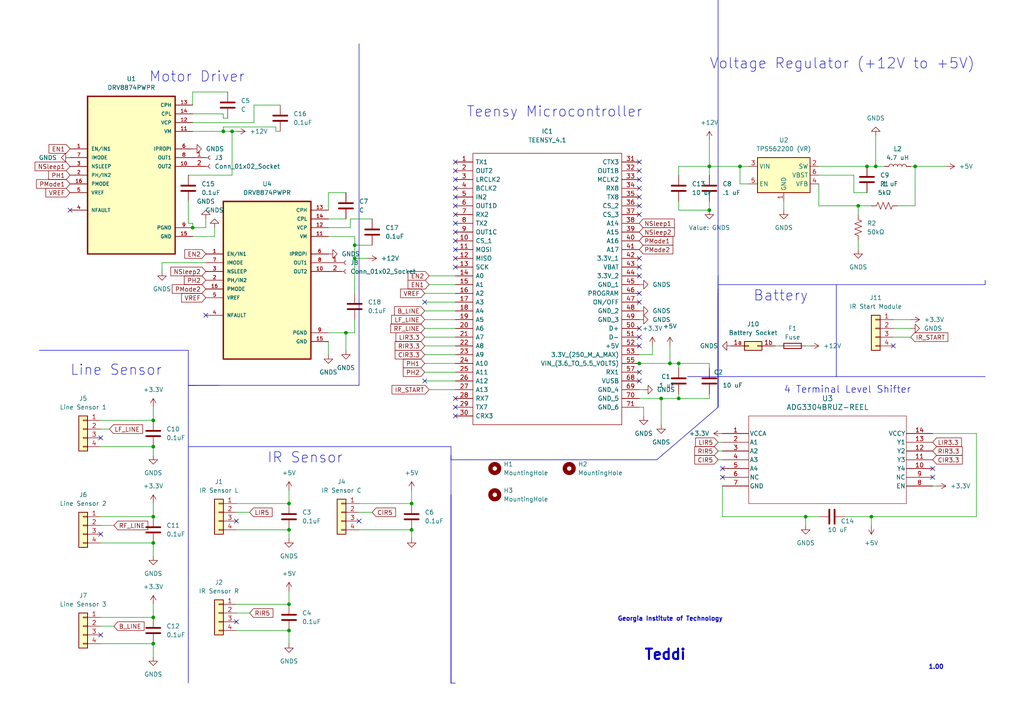
<source format=kicad_sch>
(kicad_sch (version 20230121) (generator eeschema)
  (paper "A4")
  (lib_symbols
    (symbol "Connector:Conn_01x02_Socket" (pin_names (offset 1.016) hide)
      (property "Reference" "J" (at 0 2.54 0))
      (property "Value" "Conn_01x02_Socket" (at 0 -5.08 0))
      (symbol "Conn_01x02_Socket_1_1"
        (arc (start 0 -2.032) (mid -0.5058 -2.54) (end 0 -3.048) (stroke (width 0.1524)))
        (polyline (pts (xy -1.27 -2.54) (xy -0.508 -2.54)) (stroke (width 0.1524)))
        (polyline (pts (xy -1.27 0) (xy -0.508 0)) (stroke (width 0.1524)))
        (arc (start 0 0.508) (mid -0.5058 0) (end 0 -0.508) (stroke (width 0.1524)))
        (pin passive line (at -5.08 0 0) (length 3.81) (name "Pin_1") (number "1"))
        (pin passive line (at -5.08 -2.54 0) (length 3.81) (name "Pin_2") (number "2"))
      )
    )
    (symbol "Connector_Generic:Conn_01x04" (pin_names (offset 1.016) hide)
      (property "Reference" "J" (at 0 5.08 0))
      (property "Value" "Conn_01x04" (at 0 -7.62 0))
      (symbol "Conn_01x04_1_1"
        (rectangle (start -1.27 -4.953) (end 0 -5.207) (stroke (width 0.1524)))
        (rectangle (start -1.27 -2.413) (end 0 -2.667) (stroke (width 0.1524)))
        (rectangle (start -1.27 0.127) (end 0 -0.127) (stroke (width 0.1524)))
        (rectangle (start -1.27 2.667) (end 0 2.413) (stroke (width 0.1524)))
        (rectangle (start -1.27 3.81) (end 1.27 -6.35) (stroke (width 0.254)) (fill (type background)))
        (pin passive line (at -5.08 2.54 0) (length 3.81) (name "Pin_1") (number "1"))
        (pin passive line (at -5.08 0 0) (length 3.81) (name "Pin_2") (number "2"))
        (pin passive line (at -5.08 -2.54 0) (length 3.81) (name "Pin_3") (number "3"))
        (pin passive line (at -5.08 -5.08 0) (length 3.81) (name "Pin_4") (number "4"))
      )
    )
    (symbol "Connector_Generic:Conn_02x01_Row_Letter_Last" (pin_names (offset 1.016) hide)
      (property "Reference" "J" (at 1.27 2.54 0))
      (property "Value" "Conn_02x01_Row_Letter_Last" (at 1.27 -2.54 0))
      (symbol "Conn_02x01_Row_Letter_Last_1_1"
        (rectangle (start -1.27 0.127) (end 0 -0.127) (stroke (width 0.1524)))
        (rectangle (start -1.27 1.27) (end 3.81 -1.27) (stroke (width 0.254)) (fill (type background)))
        (rectangle (start 3.81 0.127) (end 2.54 -0.127) (stroke (width 0.1524)))
        (pin passive line (at -5.08 0 0) (length 3.81) (name "Pin_1a") (number "1a"))
        (pin passive line (at 7.62 0 180) (length 3.81) (name "Pin_1b") (number "1b"))
      )
    )
    (symbol "Device:C" (pin_numbers hide) (pin_names (offset 0.254))
      (property "Reference" "C" (at 0.635 2.54 0))
      (property "Value" "C" (at 0.635 -2.54 0))
      (symbol "C_0_1"
        (polyline (pts (xy -2.032 -0.762) (xy 2.032 -0.762)) (stroke (width 0.508)))
        (polyline (pts (xy -2.032 0.762) (xy 2.032 0.762)) (stroke (width 0.508)))
      )
      (symbol "C_1_1"
        (pin passive line (at 0 3.81 270) (length 2.794) (name "~") (number "1"))
        (pin passive line (at 0 -3.81 90) (length 2.794) (name "~") (number "2"))
      )
    )
    (symbol "Device:Fuse" (pin_numbers hide) (pin_names (offset 0))
      (property "Reference" "F" (at 2.032 0 90))
      (property "Value" "Fuse" (at -1.905 0 90))
      (symbol "Fuse_0_1"
        (rectangle (start -0.762 -2.54) (end 0.762 2.54) (stroke (width 0.254)))
        (polyline (pts (xy 0 2.54) (xy 0 -2.54)))
      )
      (symbol "Fuse_1_1"
        (pin passive line (at 0 3.81 270) (length 1.27) (name "~") (number "1"))
        (pin passive line (at 0 -3.81 90) (length 1.27) (name "~") (number "2"))
      )
    )
    (symbol "Device:L" (pin_numbers hide) (pin_names (offset 1.016) hide)
      (property "Reference" "L" (at -1.27 0 90))
      (property "Value" "L" (at 1.905 0 90))
      (symbol "L_0_1"
        (arc (start 0 -2.54) (mid 0.6323 -1.905) (end 0 -1.27))
        (arc (start 0 -1.27) (mid 0.6323 -0.635) (end 0 0))
        (arc (start 0 0) (mid 0.6323 0.635) (end 0 1.27))
        (arc (start 0 1.27) (mid 0.6323 1.905) (end 0 2.54))
      )
      (symbol "L_1_1"
        (pin passive line (at 0 3.81 270) (length 1.27) (name "1") (number "1"))
        (pin passive line (at 0 -3.81 90) (length 1.27) (name "2") (number "2"))
      )
    )
    (symbol "Device:R_US" (pin_numbers hide) (pin_names (offset 0))
      (property "Reference" "R" (at 2.54 0 90))
      (property "Value" "R_US" (at -2.54 0 90))
      (symbol "R_US_0_1"
        (polyline (pts (xy 0 -2.286) (xy 0 -2.54)))
        (polyline (pts (xy 0 2.286) (xy 0 2.54)))
        (polyline (pts (xy 0 -0.762) (xy 1.016 -1.143) (xy 0 -1.524) (xy -1.016 -1.905) (xy 0 -2.286)))
        (polyline (pts (xy 0 0.762) (xy 1.016 0.381) (xy 0 0) (xy -1.016 -0.381) (xy 0 -0.762)))
        (polyline (pts (xy 0 2.286) (xy 1.016 1.905) (xy 0 1.524) (xy -1.016 1.143) (xy 0 0.762)))
      )
      (symbol "R_US_1_1"
        (pin passive line (at 0 3.81 270) (length 1.27) (name "~") (number "1"))
        (pin passive line (at 0 -3.81 90) (length 1.27) (name "~") (number "2"))
      )
    )
    (symbol "Mechanical:MountingHole" (pin_names (offset 1.016))
      (property "Reference" "H" (at 0 5.08 0))
      (property "Value" "MountingHole" (at 0 3.175 0))
      (symbol "MountingHole_0_1"
        (circle (center 0 0) (radius 1.27) (stroke (width 1.27)))
      )
    )
    (symbol "Regulator_Switching:TPS562200"
      (property "Reference" "U" (at -7.62 6.35 0))
      (property "Value" "TPS562200" (at -2.54 6.35 0))
      (symbol "TPS562200_0_1"
        (rectangle (start -7.62 5.08) (end 7.62 -5.08) (stroke (width 0.254)) (fill (type background)))
      )
      (symbol "TPS562200_1_1"
        (pin power_in line (at 0 -7.62 90) (length 2.54) (name "GND") (number "1"))
        (pin output line (at 10.16 2.54 180) (length 2.54) (name "SW") (number "2"))
        (pin power_in line (at -10.16 2.54 0) (length 2.54) (name "VIN") (number "3"))
        (pin input line (at 10.16 -2.54 180) (length 2.54) (name "VFB") (number "4"))
        (pin input line (at -10.16 -2.54 0) (length 2.54) (name "EN") (number "5"))
        (pin passive line (at 10.16 0 180) (length 2.54) (name "VBST") (number "6"))
      )
    )
    (symbol "Robojackets:ADG3304BRUZ-REEL" (pin_names (offset 0.254))
      (property "Reference" "U" (at 30.48 10.16 0))
      (property "Value" "ADG3304BRUZ-REEL" (at 30.48 7.62 0))
      (symbol "ADG3304BRUZ-REEL_0_1"
        (polyline (pts (xy 7.62 -20.32) (xy 53.34 -20.32)) (stroke (width 0.127)))
        (polyline (pts (xy 7.62 5.08) (xy 7.62 -20.32)) (stroke (width 0.127)))
        (polyline (pts (xy 53.34 -20.32) (xy 53.34 5.08)) (stroke (width 0.127)))
        (polyline (pts (xy 53.34 5.08) (xy 7.62 5.08)) (stroke (width 0.127)))
        (pin power_in line (at 0 0 0) (length 7.62) (name "VCCA") (number "1"))
        (pin unspecified line (at 60.96 -10.16 180) (length 7.62) (name "Y4") (number "10"))
        (pin unspecified line (at 60.96 -7.62 180) (length 7.62) (name "Y3") (number "11"))
        (pin unspecified line (at 60.96 -5.08 180) (length 7.62) (name "Y2") (number "12"))
        (pin unspecified line (at 60.96 -2.54 180) (length 7.62) (name "Y1") (number "13"))
        (pin power_in line (at 60.96 0 180) (length 7.62) (name "VCCY") (number "14"))
        (pin unspecified line (at 0 -2.54 0) (length 7.62) (name "A1") (number "2"))
        (pin unspecified line (at 0 -5.08 0) (length 7.62) (name "A2") (number "3"))
        (pin unspecified line (at 0 -7.62 0) (length 7.62) (name "A3") (number "4"))
        (pin unspecified line (at 0 -10.16 0) (length 7.62) (name "A4") (number "5"))
        (pin unspecified line (at 0 -12.7 0) (length 7.62) (name "NC") (number "6"))
        (pin unspecified line (at 0 -15.24 0) (length 7.62) (name "GND") (number "7"))
        (pin unspecified line (at 60.96 -15.24 180) (length 7.62) (name "EN") (number "8"))
        (pin unspecified line (at 60.96 -12.7 180) (length 7.62) (name "NC") (number "9"))
      )
    )
    (symbol "Robojackets:DRV8874PWPR" (pin_names (offset 1.016))
      (property "Reference" "U" (at -12.7 23.86 0))
      (property "Value" "DRV8874PWPR" (at -12.7 -26.86 0))
      (symbol "DRV8874PWPR_0_0"
        (rectangle (start -12.7 -22.86) (end 12.7 22.86) (stroke (width 0.41)) (fill (type background)))
        (pin input line (at -17.78 7.62 0) (length 5.08) (name "EN/IN1") (number "1"))
        (pin output line (at 17.78 2.54 180) (length 5.08) (name "OUT2") (number "10"))
        (pin power_in line (at 17.78 12.7 180) (length 5.08) (name "VM") (number "11"))
        (pin power_in line (at 17.78 15.24 180) (length 5.08) (name "VCP") (number "12"))
        (pin power_in line (at 17.78 20.32 180) (length 5.08) (name "CPH") (number "13"))
        (pin power_in line (at 17.78 17.78 180) (length 5.08) (name "CPL") (number "14"))
        (pin power_in line (at 17.78 -17.78 180) (length 5.08) (name "GND") (number "15"))
        (pin input line (at -17.78 -2.54 0) (length 5.08) (name "PMODE") (number "16"))
        (pin input line (at -17.78 0 0) (length 5.08) (name "PH/IN2") (number "2"))
        (pin input line (at -17.78 2.54 0) (length 5.08) (name "NSLEEP") (number "3"))
        (pin bidirectional line (at -17.78 -10.16 0) (length 5.08) (name "NFAULT") (number "4"))
        (pin input line (at -17.78 -5.08 0) (length 5.08) (name "VREF") (number "5"))
        (pin output line (at 17.78 7.62 180) (length 5.08) (name "IPROPI") (number "6"))
        (pin input line (at -17.78 5.08 0) (length 5.08) (name "IMODE") (number "7"))
        (pin output line (at 17.78 5.08 180) (length 5.08) (name "OUT1") (number "8"))
        (pin power_in line (at 17.78 -15.24 180) (length 5.08) (name "PGND") (number "9"))
      )
    )
    (symbol "TEENSY_4.1:TEENSY_4.1" (pin_names (offset 0.762))
      (property "Reference" "IC" (at 49.53 7.62 0))
      (property "Value" "TEENSY_4.1" (at 49.53 5.08 0))
      (symbol "TEENSY_4.1_0_0"
        (pin passive line (at 0 0 0) (length 5.08) (name "TX1") (number "1"))
        (pin passive line (at 0 -22.86 0) (length 5.08) (name "CS_1") (number "10"))
        (pin passive line (at 0 -25.4 0) (length 5.08) (name "MOSI") (number "11"))
        (pin passive line (at 0 -27.94 0) (length 5.08) (name "MISO") (number "12"))
        (pin passive line (at 0 -30.48 0) (length 5.08) (name "SCK") (number "13"))
        (pin passive line (at 0 -33.02 0) (length 5.08) (name "A0") (number "14"))
        (pin passive line (at 0 -35.56 0) (length 5.08) (name "A1") (number "15"))
        (pin passive line (at 0 -38.1 0) (length 5.08) (name "A2") (number "16"))
        (pin passive line (at 0 -40.64 0) (length 5.08) (name "A3") (number "17"))
        (pin passive line (at 0 -43.18 0) (length 5.08) (name "A4") (number "18"))
        (pin passive line (at 0 -45.72 0) (length 5.08) (name "A5") (number "19"))
        (pin passive line (at 0 -2.54 0) (length 5.08) (name "OUT2") (number "2"))
        (pin passive line (at 0 -48.26 0) (length 5.08) (name "A6") (number "20"))
        (pin passive line (at 0 -50.8 0) (length 5.08) (name "A7") (number "21"))
        (pin passive line (at 0 -53.34 0) (length 5.08) (name "A8") (number "22"))
        (pin passive line (at 0 -55.88 0) (length 5.08) (name "A9") (number "23"))
        (pin passive line (at 0 -58.42 0) (length 5.08) (name "A10") (number "24"))
        (pin passive line (at 0 -60.96 0) (length 5.08) (name "A11") (number "25"))
        (pin passive line (at 0 -63.5 0) (length 5.08) (name "A12") (number "26"))
        (pin passive line (at 0 -66.04 0) (length 5.08) (name "A13") (number "27"))
        (pin passive line (at 0 -68.58 0) (length 5.08) (name "RX7") (number "28"))
        (pin passive line (at 0 -71.12 0) (length 5.08) (name "TX7") (number "29"))
        (pin passive line (at 0 -5.08 0) (length 5.08) (name "LRCLK2") (number "3"))
        (pin passive line (at 0 -73.66 0) (length 5.08) (name "CRX3") (number "30"))
        (pin passive line (at 53.34 0 180) (length 5.08) (name "CTX3") (number "31"))
        (pin passive line (at 53.34 -2.54 180) (length 5.08) (name "OUT1B") (number "32"))
        (pin passive line (at 53.34 -5.08 180) (length 5.08) (name "MCLK2") (number "33"))
        (pin passive line (at 53.34 -7.62 180) (length 5.08) (name "RX8") (number "34"))
        (pin passive line (at 53.34 -10.16 180) (length 5.08) (name "TX8") (number "35"))
        (pin passive line (at 53.34 -12.7 180) (length 5.08) (name "CS_2") (number "36"))
        (pin passive line (at 53.34 -15.24 180) (length 5.08) (name "CS_3") (number "37"))
        (pin passive line (at 53.34 -17.78 180) (length 5.08) (name "A14") (number "38"))
        (pin passive line (at 53.34 -20.32 180) (length 5.08) (name "A15") (number "39"))
        (pin passive line (at 0 -7.62 0) (length 5.08) (name "BCLK2") (number "4"))
        (pin passive line (at 53.34 -22.86 180) (length 5.08) (name "A16") (number "40"))
        (pin passive line (at 53.34 -25.4 180) (length 5.08) (name "A17") (number "41"))
        (pin passive line (at 53.34 -27.94 180) (length 5.08) (name "3.3V_1") (number "42"))
        (pin passive line (at 53.34 -30.48 180) (length 5.08) (name "VBAT") (number "43"))
        (pin passive line (at 53.34 -33.02 180) (length 5.08) (name "3.3V_2") (number "44"))
        (pin passive line (at 53.34 -35.56 180) (length 5.08) (name "GND_1") (number "45"))
        (pin passive line (at 53.34 -38.1 180) (length 5.08) (name "PROGRAM") (number "46"))
        (pin passive line (at 53.34 -40.64 180) (length 5.08) (name "ON/OFF") (number "47"))
        (pin passive line (at 53.34 -43.18 180) (length 5.08) (name "GND_2") (number "48"))
        (pin passive line (at 53.34 -45.72 180) (length 5.08) (name "GND_3") (number "49"))
        (pin passive line (at 0 -10.16 0) (length 5.08) (name "IN2") (number "5"))
        (pin passive line (at 53.34 -48.26 180) (length 5.08) (name "D+") (number "50"))
        (pin passive line (at 53.34 -50.8 180) (length 5.08) (name "D-") (number "51"))
        (pin passive line (at 53.34 -53.34 180) (length 5.08) (name "+5V") (number "52"))
        (pin passive line (at 53.34 -55.88 180) (length 5.08) (name "3.3V_(250_M_A_MAX)") (number "53"))
        (pin passive line (at 53.34 -58.42 180) (length 5.08) (name "VIN_(3.6_TO_5.5_VOLTS)") (number "55"))
        (pin passive line (at 53.34 -60.96 180) (length 5.08) (name "RX1") (number "57"))
        (pin passive line (at 0 -12.7 0) (length 5.08) (name "OUT1D") (number "6"))
        (pin passive line (at 53.34 -63.5 180) (length 5.08) (name "VUSB") (number "68"))
        (pin passive line (at 53.34 -66.04 180) (length 5.08) (name "GND_4") (number "69"))
        (pin passive line (at 0 -15.24 0) (length 5.08) (name "RX2") (number "7"))
        (pin passive line (at 53.34 -68.58 180) (length 5.08) (name "GND_5") (number "70"))
        (pin passive line (at 53.34 -71.12 180) (length 5.08) (name "GND_6") (number "71"))
        (pin passive line (at 0 -17.78 0) (length 5.08) (name "TX2") (number "8"))
        (pin passive line (at 0 -20.32 0) (length 5.08) (name "OUT1C") (number "9"))
      )
      (symbol "TEENSY_4.1_0_1"
        (polyline (pts (xy 5.08 2.54) (xy 48.26 2.54) (xy 48.26 -76.2) (xy 5.08 -76.2) (xy 5.08 2.54)) (stroke (width 0.1524)))
      )
    )
    (symbol "power:+12V" (power) (pin_names (offset 0))
      (property "Value" "+12V" (at 0 3.556 0))
      (symbol "+12V_0_1"
        (polyline (pts (xy -0.762 1.27) (xy 0 2.54)))
        (polyline (pts (xy 0 0) (xy 0 2.54)))
        (polyline (pts (xy 0 2.54) (xy 0.762 1.27)))
      )
      (symbol "+12V_1_1"
        (pin power_in line (at 0 0 90) (length 0) hide (name "+12V") (number "1"))
      )
    )
    (symbol "power:+3.3V" (power) (pin_names (offset 0))
      (property "Value" "+3.3V" (at 0 3.556 0))
      (symbol "+3.3V_0_1"
        (polyline (pts (xy -0.762 1.27) (xy 0 2.54)))
        (polyline (pts (xy 0 0) (xy 0 2.54)))
        (polyline (pts (xy 0 2.54) (xy 0.762 1.27)))
      )
      (symbol "+3.3V_1_1"
        (pin power_in line (at 0 0 90) (length 0) hide (name "+3.3V") (number "1"))
      )
    )
    (symbol "power:+5V" (power) (pin_names (offset 0))
      (property "Value" "+5V" (at 0 3.556 0))
      (symbol "+5V_0_1"
        (polyline (pts (xy -0.762 1.27) (xy 0 2.54)))
        (polyline (pts (xy 0 0) (xy 0 2.54)))
        (polyline (pts (xy 0 2.54) (xy 0.762 1.27)))
      )
      (symbol "+5V_1_1"
        (pin power_in line (at 0 0 90) (length 0) hide (name "+5V") (number "1"))
      )
    )
    (symbol "power:GNDS" (power) (pin_names (offset 0))
      (property "Value" "GNDS" (at 0 -3.81 0))
      (symbol "GNDS_0_1"
        (polyline (pts (xy 0 0) (xy 0 -1.27) (xy 1.27 -1.27) (xy 0 -2.54) (xy -1.27 -1.27) (xy 0 -1.27)))
      )
      (symbol "GNDS_1_1"
        (pin power_in line (at 0 0 270) (length 0) hide (name "GNDS") (number "1"))
      )
    )
  )
  (junction (at 100.33 96.52))
  (junction (at 44.45 179.07))
  (junction (at 83.82 175.26))
  (junction (at 102.87 71.12))
  (junction (at 83.82 182.88))
  (junction (at 252.73 149.86))
  (junction (at 194.31 105.41))
  (junction (at 214.63 48.26))
  (junction (at 205.74 48.26))
  (junction (at 83.82 153.67))
  (junction (at 196.85 115.57))
  (junction (at 233.68 149.86))
  (junction (at 44.45 149.86))
  (junction (at 265.43 48.26))
  (junction (at 119.38 146.05))
  (junction (at 44.45 129.54))
  (junction (at 191.77 115.57))
  (junction (at 44.45 121.92))
  (junction (at 251.46 48.26))
  (junction (at 67.31 38.1))
  (junction (at 44.45 186.69))
  (junction (at 248.92 59.69))
  (junction (at 64.77 38.1))
  (junction (at 119.38 153.67))
  (junction (at 102.87 74.93))
  (junction (at 254 48.26))
  (junction (at 44.45 157.48))
  (junction (at 196.85 105.41))
  (junction (at 205.74 60.96))
  (junction (at 55.88 66.04))
  (junction (at 185.42 105.41))
  (junction (at 83.82 146.05))
  (no_connect (at 132.08 69.85))
  (no_connect (at 132.08 59.69))
  (no_connect (at 185.42 80.01))
  (no_connect (at 185.42 97.79))
  (no_connect (at 132.08 49.53))
  (no_connect (at 270.51 135.89))
  (no_connect (at 270.51 138.43))
  (no_connect (at 132.08 52.07))
  (no_connect (at 68.58 151.13))
  (no_connect (at 185.42 46.99))
  (no_connect (at 29.21 154.94))
  (no_connect (at 185.42 59.69))
  (no_connect (at 259.08 100.33))
  (no_connect (at 68.58 180.34))
  (no_connect (at 132.08 57.15))
  (no_connect (at 185.42 74.93))
  (no_connect (at 185.42 107.95))
  (no_connect (at 209.55 135.89))
  (no_connect (at 132.08 54.61))
  (no_connect (at 132.08 72.39))
  (no_connect (at 185.42 57.15))
  (no_connect (at 132.08 77.47))
  (no_connect (at 185.42 110.49))
  (no_connect (at 132.08 62.23))
  (no_connect (at 59.69 91.44))
  (no_connect (at 132.08 74.93))
  (no_connect (at 209.55 138.43))
  (no_connect (at 185.42 77.47))
  (no_connect (at 132.08 118.11))
  (no_connect (at 185.42 54.61))
  (no_connect (at 185.42 62.23))
  (no_connect (at 132.08 67.31))
  (no_connect (at 185.42 52.07))
  (no_connect (at 29.21 184.15))
  (no_connect (at 29.21 127))
  (no_connect (at 185.42 95.25))
  (no_connect (at 132.08 120.65))
  (no_connect (at 185.42 85.09))
  (no_connect (at 123.19 87.63))
  (no_connect (at 104.14 151.13))
  (no_connect (at 20.32 60.96))
  (no_connect (at 185.42 87.63))
  (no_connect (at 132.08 115.57))
  (no_connect (at 132.08 64.77))
  (no_connect (at 123.19 110.49))
  (no_connect (at 132.08 46.99))
  (no_connect (at 185.42 100.33))
  (no_connect (at 185.42 49.53))
  (wire (pts (xy 102.87 71.12) (xy 102.87 74.93)))
  (wire (pts (xy 185.42 105.41) (xy 194.31 105.41)))
  (wire (pts (xy 226.06 100.33) (xy 224.79 100.33)))
  (wire (pts (xy 252.73 149.86) (xy 283.21 149.86)))
  (wire (pts (xy 104.14 148.59) (xy 107.95 148.59)))
  (wire (pts (xy 254 39.37) (xy 254 48.26)))
  (wire (pts (xy 102.87 74.93) (xy 102.87 85.09)))
  (wire (pts (xy 248.92 59.69) (xy 252.73 59.69)))
  (polyline (pts (xy 54.61 111.76) (xy 63.5 111.76)))
  (wire (pts (xy 251.46 48.26) (xy 254 48.26)))
  (wire (pts (xy 68.58 177.8) (xy 72.39 177.8)))
  (wire (pts (xy 123.19 90.17) (xy 132.08 90.17)))
  (wire (pts (xy 124.46 80.01) (xy 132.08 80.01)))
  (wire (pts (xy 119.38 142.24) (xy 119.38 146.05)))
  (polyline (pts (xy 54.61 129.54) (xy 54.61 101.6)))
  (wire (pts (xy 55.88 26.67) (xy 55.88 30.48)))
  (wire (pts (xy 95.25 55.88) (xy 100.33 55.88)))
  (wire (pts (xy 107.95 63.5) (xy 101.6 63.5)))
  (wire (pts (xy 68.58 175.26) (xy 83.82 175.26)))
  (wire (pts (xy 254 48.26) (xy 256.54 48.26)))
  (wire (pts (xy 123.19 85.09) (xy 132.08 85.09)))
  (wire (pts (xy 259.08 92.71) (xy 264.16 92.71)))
  (polyline (pts (xy 208.28 -8.89) (xy 208.28 118.11)))
  (wire (pts (xy 44.45 129.54) (xy 44.45 132.08)))
  (polyline (pts (xy 285.75 81.28) (xy 285.75 82.55)))
  (wire (pts (xy 83.82 171.45) (xy 83.82 175.26)))
  (wire (pts (xy 123.19 97.79) (xy 132.08 97.79)))
  (wire (pts (xy 205.74 105.41) (xy 205.74 106.68)))
  (wire (pts (xy 189.23 100.33) (xy 189.23 102.87)))
  (wire (pts (xy 214.63 48.26) (xy 217.17 48.26)))
  (wire (pts (xy 259.08 97.79) (xy 264.16 97.79)))
  (wire (pts (xy 29.21 181.61) (xy 33.02 181.61)))
  (wire (pts (xy 194.31 100.33) (xy 194.31 105.41)))
  (wire (pts (xy 95.25 60.96) (xy 95.25 55.88)))
  (wire (pts (xy 29.21 129.54) (xy 44.45 129.54)))
  (wire (pts (xy 227.33 58.42) (xy 227.33 60.96)))
  (wire (pts (xy 123.19 102.87) (xy 132.08 102.87)))
  (wire (pts (xy 55.88 64.77) (xy 55.88 66.04)))
  (wire (pts (xy 217.17 53.34) (xy 214.63 53.34)))
  (wire (pts (xy 205.74 58.42) (xy 205.74 60.96)))
  (wire (pts (xy 265.43 48.26) (xy 265.43 59.69)))
  (wire (pts (xy 102.87 92.71) (xy 102.87 96.52)))
  (wire (pts (xy 185.42 115.57) (xy 191.77 115.57)))
  (wire (pts (xy 81.28 30.48) (xy 73.66 30.48)))
  (wire (pts (xy 101.6 66.04) (xy 95.25 66.04)))
  (wire (pts (xy 54.61 50.8) (xy 67.31 50.8)))
  (wire (pts (xy 196.85 60.96) (xy 196.85 58.42)))
  (wire (pts (xy 83.82 153.67) (xy 83.82 156.21)))
  (wire (pts (xy 196.85 105.41) (xy 196.85 106.68)))
  (polyline (pts (xy 54.61 198.12) (xy 54.61 129.54)))
  (wire (pts (xy 237.49 149.86) (xy 233.68 149.86)))
  (wire (pts (xy 205.74 40.64) (xy 205.74 48.26)))
  (wire (pts (xy 29.21 124.46) (xy 31.75 124.46)))
  (wire (pts (xy 196.85 105.41) (xy 205.74 105.41)))
  (wire (pts (xy 100.33 96.52) (xy 100.33 101.6)))
  (wire (pts (xy 67.31 50.8) (xy 67.31 38.1)))
  (wire (pts (xy 248.92 69.85) (xy 248.92 72.39)))
  (wire (pts (xy 68.58 148.59) (xy 72.39 148.59)))
  (wire (pts (xy 55.88 66.04) (xy 59.69 66.04)))
  (wire (pts (xy 123.19 95.25) (xy 132.08 95.25)))
  (wire (pts (xy 29.21 121.92) (xy 44.45 121.92)))
  (wire (pts (xy 247.65 55.88) (xy 251.46 55.88)))
  (wire (pts (xy 68.58 153.67) (xy 83.82 153.67)))
  (wire (pts (xy 186.69 120.65) (xy 186.69 118.11)))
  (wire (pts (xy 252.73 149.86) (xy 252.73 152.4)))
  (wire (pts (xy 283.21 125.73) (xy 283.21 149.86)))
  (wire (pts (xy 102.87 71.12) (xy 107.95 71.12)))
  (polyline (pts (xy 130.81 143.51) (xy 130.81 198.12)))
  (wire (pts (xy 29.21 157.48) (xy 44.45 157.48)))
  (wire (pts (xy 237.49 53.34) (xy 237.49 59.69)))
  (wire (pts (xy 208.28 130.81) (xy 209.55 130.81)))
  (wire (pts (xy 83.82 142.24) (xy 83.82 146.05)))
  (wire (pts (xy 205.74 48.26) (xy 205.74 50.8)))
  (wire (pts (xy 123.19 87.63) (xy 132.08 87.63)))
  (wire (pts (xy 44.45 146.05) (xy 44.45 149.86)))
  (polyline (pts (xy 54.61 111.76) (xy 57.15 111.76)))
  (wire (pts (xy 209.55 149.86) (xy 209.55 140.97)))
  (polyline (pts (xy 190.5 133.35) (xy 130.81 133.35)))
  (wire (pts (xy 196.85 48.26) (xy 196.85 50.8)))
  (wire (pts (xy 64.77 36.83) (xy 80.01 36.83)))
  (wire (pts (xy 237.49 48.26) (xy 251.46 48.26)))
  (wire (pts (xy 233.68 149.86) (xy 209.55 149.86)))
  (wire (pts (xy 248.92 59.69) (xy 248.92 62.23)))
  (wire (pts (xy 68.58 182.88) (xy 83.82 182.88)))
  (wire (pts (xy 205.74 48.26) (xy 214.63 48.26)))
  (wire (pts (xy 95.25 68.58) (xy 102.87 68.58)))
  (wire (pts (xy 102.87 68.58) (xy 102.87 71.12)))
  (wire (pts (xy 102.87 74.93) (xy 106.68 74.93)))
  (polyline (pts (xy 199.39 109.22) (xy 242.57 109.22)))
  (wire (pts (xy 124.46 113.03) (xy 132.08 113.03)))
  (wire (pts (xy 80.01 36.83) (xy 80.01 38.1)))
  (polyline (pts (xy 242.57 109.22) (xy 285.75 109.22)))
  (wire (pts (xy 64.77 34.29) (xy 66.04 34.29)))
  (wire (pts (xy 46.99 76.2) (xy 46.99 78.74)))
  (wire (pts (xy 29.21 149.86) (xy 44.45 149.86)))
  (wire (pts (xy 264.16 48.26) (xy 265.43 48.26)))
  (wire (pts (xy 214.63 53.34) (xy 214.63 48.26)))
  (wire (pts (xy 184.15 107.95) (xy 185.42 107.95)))
  (polyline (pts (xy 130.81 133.35) (xy 130.81 132.08)))
  (polyline (pts (xy 130.81 129.54) (xy 130.81 198.12)))
  (wire (pts (xy 196.85 114.3) (xy 196.85 115.57)))
  (wire (pts (xy 55.88 33.02) (xy 64.77 33.02)))
  (wire (pts (xy 95.25 99.06) (xy 95.25 102.87)))
  (wire (pts (xy 124.46 82.55) (xy 132.08 82.55)))
  (wire (pts (xy 270.51 125.73) (xy 283.21 125.73)))
  (wire (pts (xy 123.19 105.41) (xy 132.08 105.41)))
  (polyline (pts (xy 190.5 133.35) (xy 208.28 118.11)))
  (wire (pts (xy 55.88 38.1) (xy 64.77 38.1)))
  (wire (pts (xy 68.58 146.05) (xy 83.82 146.05)))
  (wire (pts (xy 186.69 118.11) (xy 185.42 118.11)))
  (polyline (pts (xy 208.28 85.09) (xy 208.28 118.11)))
  (wire (pts (xy 29.21 186.69) (xy 44.45 186.69)))
  (wire (pts (xy 102.87 96.52) (xy 100.33 96.52)))
  (wire (pts (xy 270.51 140.97) (xy 271.78 140.97)))
  (wire (pts (xy 59.69 63.5) (xy 59.69 66.04)))
  (wire (pts (xy 44.45 175.26) (xy 44.45 179.07)))
  (polyline (pts (xy 208.28 83.82) (xy 208.28 118.11)))
  (wire (pts (xy 119.38 153.67) (xy 119.38 156.21)))
  (wire (pts (xy 245.11 149.86) (xy 252.73 149.86)))
  (wire (pts (xy 54.61 58.42) (xy 54.61 64.77)))
  (wire (pts (xy 54.61 64.77) (xy 55.88 64.77)))
  (wire (pts (xy 104.14 146.05) (xy 119.38 146.05)))
  (wire (pts (xy 29.21 179.07) (xy 44.45 179.07)))
  (wire (pts (xy 191.77 115.57) (xy 196.85 115.57)))
  (polyline (pts (xy 242.57 82.55) (xy 242.57 109.22)))
  (wire (pts (xy 237.49 50.8) (xy 247.65 50.8)))
  (wire (pts (xy 191.77 115.57) (xy 191.77 123.19)))
  (wire (pts (xy 194.31 105.41) (xy 196.85 105.41)))
  (wire (pts (xy 83.82 182.88) (xy 83.82 186.69)))
  (wire (pts (xy 265.43 48.26) (xy 274.32 48.26)))
  (wire (pts (xy 62.23 66.04) (xy 62.23 68.58)))
  (wire (pts (xy 55.88 68.58) (xy 62.23 68.58)))
  (wire (pts (xy 123.19 107.95) (xy 132.08 107.95)))
  (wire (pts (xy 55.88 26.67) (xy 66.04 26.67)))
  (wire (pts (xy 73.66 30.48) (xy 73.66 35.56)))
  (wire (pts (xy 205.74 60.96) (xy 196.85 60.96)))
  (wire (pts (xy 44.45 118.11) (xy 44.45 121.92)))
  (wire (pts (xy 123.19 92.71) (xy 132.08 92.71)))
  (wire (pts (xy 234.95 100.33) (xy 233.68 100.33)))
  (wire (pts (xy 123.19 100.33) (xy 132.08 100.33)))
  (wire (pts (xy 259.08 95.25) (xy 264.16 95.25)))
  (wire (pts (xy 59.69 76.2) (xy 46.99 76.2)))
  (wire (pts (xy 67.31 38.1) (xy 68.58 38.1)))
  (wire (pts (xy 101.6 63.5) (xy 101.6 66.04)))
  (wire (pts (xy 184.15 105.41) (xy 185.42 105.41)))
  (wire (pts (xy 80.01 38.1) (xy 81.28 38.1)))
  (polyline (pts (xy 11.43 101.6) (xy 54.61 101.6)))
  (wire (pts (xy 64.77 38.1) (xy 67.31 38.1)))
  (wire (pts (xy 247.65 50.8) (xy 247.65 55.88)))
  (polyline (pts (xy 104.14 12.7) (xy 104.14 111.76)))
  (wire (pts (xy 233.68 149.86) (xy 233.68 152.4)))
  (wire (pts (xy 196.85 115.57) (xy 205.74 115.57)))
  (wire (pts (xy 44.45 186.69) (xy 44.45 190.5)))
  (wire (pts (xy 95.25 63.5) (xy 100.33 63.5)))
  (polyline (pts (xy 130.81 198.12) (xy 132.08 198.12)))
  (polyline (pts (xy 208.28 80.01) (xy 208.28 118.11)))
  (wire (pts (xy 208.28 128.27) (xy 209.55 128.27)))
  (wire (pts (xy 64.77 33.02) (xy 64.77 34.29)))
  (wire (pts (xy 64.77 38.1) (xy 64.77 36.83)))
  (wire (pts (xy 205.74 48.26) (xy 196.85 48.26)))
  (wire (pts (xy 29.21 152.4) (xy 33.02 152.4)))
  (wire (pts (xy 123.19 110.49) (xy 132.08 110.49)))
  (polyline (pts (xy 54.61 129.54) (xy 130.81 129.54)))
  (wire (pts (xy 208.28 133.35) (xy 209.55 133.35)))
  (wire (pts (xy 185.42 102.87) (xy 189.23 102.87)))
  (polyline (pts (xy 208.28 82.55) (xy 285.75 82.55)))
  (wire (pts (xy 73.66 35.56) (xy 55.88 35.56)))
  (polyline (pts (xy 54.61 111.76) (xy 104.14 111.76)))
  (wire (pts (xy 237.49 59.69) (xy 248.92 59.69)))
  (wire (pts (xy 104.14 153.67) (xy 119.38 153.67)))
  (wire (pts (xy 186.69 113.03) (xy 185.42 113.03)))
  (wire (pts (xy 205.74 115.57) (xy 205.74 114.3)))
  (wire (pts (xy 95.25 96.52) (xy 100.33 96.52)))
  (wire (pts (xy 260.35 59.69) (xy 265.43 59.69)))
  (wire (pts (xy 44.45 157.48) (xy 44.45 161.29)))
  (text "Teensy Microcontroller" (at 135.255 34.29 0) (effects (font (size 3 3)) (justify left bottom)))
  (text "Motor Driver\n" (at 43.18 24.13 0) (effects (font (size 3 3)) (justify left bottom)))
  (text "Line Sensor\n" (at 20.32 109.22 0) (effects (font (size 3 3)) (justify left bottom)))
  (text "4 Terminal Level Shifter" (at 227.33 114.3 0) (effects (font (size 2 2)) (justify left bottom)))
  (text "1.00\n" (at 269.24 194.31 0) (effects (font (size 1.27 1.27) bold) (justify left bottom)))
  (text "Battery" (at 218.44 87.63 0) (effects (font (size 3 3)) (justify left bottom)))
  (text "Georgia Institute of Technology" (at 179.07 180.34 0) (effects (font (size 1.27 1.27) (thickness 0.254) bold) (justify left bottom)))
  (text "Teddi" (at 186.69 191.77 0) (effects (font (size 3 3) (thickness 0.6) bold) (justify left bottom)))
  (text "IR Sensor" (at 77.47 134.62 0) (effects (font (size 3 3)) (justify left bottom)))
  (text "Voltage Regulator (+12V to +5V)" (at 205.74 20.32 0) (effects (font (size 3 3)) (justify left bottom)))
  (global_label "PMode1" (shape input) (at 20.32 53.34 180) (property "Intersheetrefs" "${INTERSHEET_REFS}" (effects hide)))
  (global_label "B_LINE" (shape input) (at 123.19 90.17 180) (property "Intersheetrefs" "${INTERSHEET_REFS}" (effects hide)))
  (global_label "NSleep2" (shape input) (at 185.42 67.31 0) (property "Intersheetrefs" "${INTERSHEET_REFS}" (effects hide)))
  (global_label "PH2" (shape input) (at 123.19 107.95 180) (property "Intersheetrefs" "${INTERSHEET_REFS}" (effects hide)))
  (global_label "LIR5" (shape input) (at 208.28 128.27 180) (property "Intersheetrefs" "${INTERSHEET_REFS}" (effects hide)))
  (global_label "EN1" (shape input) (at 124.46 82.55 180) (property "Intersheetrefs" "${INTERSHEET_REFS}" (effects hide)))
  (global_label "CIR5" (shape input) (at 208.28 133.35 180) (property "Intersheetrefs" "${INTERSHEET_REFS}" (effects hide)))
  (global_label "CIR3.3" (shape input) (at 270.51 133.35 0) (property "Intersheetrefs" "${INTERSHEET_REFS}" (effects hide)))
  (global_label "IR_START" (shape input) (at 124.46 113.03 180) (property "Intersheetrefs" "${INTERSHEET_REFS}" (effects hide)))
  (global_label "PMode2" (shape input) (at 59.69 83.82 180) (property "Intersheetrefs" "${INTERSHEET_REFS}" (effects hide)))
  (global_label "PMode2" (shape input) (at 185.42 72.39 0) (property "Intersheetrefs" "${INTERSHEET_REFS}" (effects hide)))
  (global_label "RF_LINE" (shape input) (at 123.19 95.25 180) (property "Intersheetrefs" "${INTERSHEET_REFS}" (effects hide)))
  (global_label "CIR5" (shape input) (at 107.95 148.59 0) (property "Intersheetrefs" "${INTERSHEET_REFS}" (effects hide)))
  (global_label "LIR3.3" (shape input) (at 123.19 97.79 180) (property "Intersheetrefs" "${INTERSHEET_REFS}" (effects hide)))
  (global_label "VREF" (shape input) (at 20.32 55.88 180) (property "Intersheetrefs" "${INTERSHEET_REFS}" (effects hide)))
  (global_label "EN2" (shape input) (at 124.46 80.01 180) (property "Intersheetrefs" "${INTERSHEET_REFS}" (effects hide)))
  (global_label "LF_LINE" (shape input) (at 31.75 124.46 0) (property "Intersheetrefs" "${INTERSHEET_REFS}" (effects hide)))
  (global_label "PH1" (shape input) (at 20.32 50.8 180) (property "Intersheetrefs" "${INTERSHEET_REFS}" (effects hide)))
  (global_label "EN2" (shape input) (at 59.69 73.66 180) (property "Intersheetrefs" "${INTERSHEET_REFS}" (effects hide)))
  (global_label "PH1" (shape input) (at 123.19 105.41 180) (property "Intersheetrefs" "${INTERSHEET_REFS}" (effects hide)))
  (global_label "RIR3.3" (shape input) (at 123.19 100.33 180) (property "Intersheetrefs" "${INTERSHEET_REFS}" (effects hide)))
  (global_label "PMode1" (shape input) (at 185.42 69.85 0) (property "Intersheetrefs" "${INTERSHEET_REFS}" (effects hide)))
  (global_label "LIR3.3" (shape input) (at 270.51 128.27 0) (property "Intersheetrefs" "${INTERSHEET_REFS}" (effects hide)))
  (global_label "LIR5" (shape input) (at 72.39 148.59 0) (property "Intersheetrefs" "${INTERSHEET_REFS}" (effects hide)))
  (global_label "NSleep1" (shape input) (at 185.42 64.77 0) (property "Intersheetrefs" "${INTERSHEET_REFS}" (effects hide)))
  (global_label "RIR5" (shape input) (at 72.39 177.8 0) (property "Intersheetrefs" "${INTERSHEET_REFS}" (effects hide)))
  (global_label "PH2" (shape input) (at 59.69 81.28 180) (property "Intersheetrefs" "${INTERSHEET_REFS}" (effects hide)))
  (global_label "EN1" (shape input) (at 20.32 43.18 180) (property "Intersheetrefs" "${INTERSHEET_REFS}" (effects hide)))
  (global_label "IR_START" (shape input) (at 264.16 97.79 0) (property "Intersheetrefs" "${INTERSHEET_REFS}" (effects hide)))
  (global_label "B_LINE" (shape input) (at 33.02 181.61 0) (property "Intersheetrefs" "${INTERSHEET_REFS}" (effects hide)))
  (global_label "RF_LINE" (shape input) (at 33.02 152.4 0) (property "Intersheetrefs" "${INTERSHEET_REFS}" (effects hide)))
  (global_label "LF_LINE" (shape input) (at 123.19 92.71 180) (property "Intersheetrefs" "${INTERSHEET_REFS}" (effects hide)))
  (global_label "NSleep2" (shape input) (at 59.69 78.74 180) (property "Intersheetrefs" "${INTERSHEET_REFS}" (effects hide)))
  (global_label "VREF" (shape input) (at 123.19 85.09 180) (property "Intersheetrefs" "${INTERSHEET_REFS}" (effects hide)))
  (global_label "VREF" (shape input) (at 59.69 86.36 180) (property "Intersheetrefs" "${INTERSHEET_REFS}" (effects hide)))
  (global_label "RIR3.3" (shape input) (at 270.51 130.81 0) (property "Intersheetrefs" "${INTERSHEET_REFS}" (effects hide)))
  (global_label "CIR3.3" (shape input) (at 123.19 102.87 180) (property "Intersheetrefs" "${INTERSHEET_REFS}" (effects hide)))
  (global_label "NSleep1" (shape input) (at 20.32 48.26 180) (property "Intersheetrefs" "${INTERSHEET_REFS}" (effects hide)))
  (global_label "RIR5" (shape input) (at 208.28 130.81 180) (property "Intersheetrefs" "${INTERSHEET_REFS}" (effects hide)))
  (symbol (lib_id "Device:C") (at 205.74 54.61 0) (unit 1)
    (property "Reference" "C8" (at 209.55 53.34 0) (effects (justify left)))
    (property "Value" ".1 uF" (at 209.55 55.88 0) (effects (justify left)))
    (property "Footprint" "Capacitor_SMD:C_0603_1608Metric" (effects hide))
  )
  (symbol (lib_id "Device:R_US") (at 256.54 59.69 90) (unit 1)
    (property "Reference" "R1" (at 256.54 53.34 90))
    (property "Value" "5kΩ" (at 256.54 55.88 90))
    (property "Footprint" "RoboJackets:RESC1608X50N" (effects hide))
  )
  (symbol (lib_id "power:GNDS") (at 185.42 90.17 90) (unit 1)
    (property "Reference" "#PWR035" (effects hide))
    (property "Value" "GNDS" (at 189.23 90.17 90) (effects (justify right)))
  )
  (symbol (lib_id "Device:C") (at 44.45 125.73 0) (unit 1)
    (property "Reference" "C10" (at 48.26 124.46 0) (effects (justify left)))
    (property "Value" "0.1uF" (at 48.26 127 0) (effects (justify left)))
    (property "Footprint" "Capacitor_SMD:C_0603_1608Metric" (effects hide))
  )
  (symbol (lib_id "Device:C") (at 205.74 110.49 0) (unit 1)
    (property "Reference" "C2" (at 207.01 107.95 0) (effects (justify left)))
    (property "Value" "10 uF" (at 209.55 111.76 0) (effects (justify left)))
    (property "Footprint" "Capacitor_SMD:C_0603_1608Metric" (effects hide))
  )
  (symbol (lib_id "power:+5V") (at 274.32 48.26 270) (mirror x) (unit 1)
    (property "Reference" "#PWR020" (effects hide))
    (property "Value" "+5V" (at 278.13 48.26 90) (effects (justify left)))
  )
  (symbol (lib_id "power:GNDS") (at 185.42 92.71 90) (unit 1)
    (property "Reference" "#PWR034" (effects hide))
    (property "Value" "GNDS" (at 189.23 92.71 90) (effects (justify right)))
  )
  (symbol (lib_id "Connector_Generic:Conn_02x01_Row_Letter_Last") (at 217.17 100.33 0) (unit 1)
    (property "Reference" "J10" (at 218.44 93.98 0))
    (property "Value" "Battery Socket" (at 218.44 96.52 0))
    (property "Footprint" "Connector_PinSocket_1.00mm:PinSocket_1x02_P1.00mm_Vertical_SMD_Pin1Left" (effects hide))
  )
  (symbol (lib_id "Device:C") (at 44.45 182.88 0) (unit 1)
    (property "Reference" "C12" (at 48.26 181.61 0) (effects (justify left)))
    (property "Value" "0.1uF" (at 48.26 184.15 0) (effects (justify left)))
    (property "Footprint" "Capacitor_SMD:C_0603_1608Metric" (effects hide))
  )
  (symbol (lib_id "Device:C") (at 196.85 110.49 0) (unit 1)
    (property "Reference" "C1" (at 191.77 109.22 0) (effects (justify left)))
    (property "Value" ".1 uF" (at 190.5 111.76 0) (effects (justify left)))
    (property "Footprint" "Capacitor_SMD:C_0603_1608Metric" (effects hide))
  )
  (symbol (lib_id "power:+12V") (at 106.68 74.93 270) (unit 1)
    (property "Reference" "#PWR029" (effects hide))
    (property "Value" "+12V" (at 110.49 74.93 90) (effects (justify left)))
  )
  (symbol (lib_id "Device:C") (at 83.82 179.07 0) (unit 1)
    (property "Reference" "C4" (at 87.63 177.8 0) (effects (justify left)))
    (property "Value" "0.1uF" (at 87.63 180.34 0) (effects (justify left)))
    (property "Footprint" "Capacitor_SMD:C_0603_1608Metric" (effects hide))
  )
  (symbol (lib_id "Mechanical:MountingHole") (at 143.51 143.51 0) (unit 1)
    (property "Reference" "H3" (at 146.05 142.24 0) (effects (justify left)))
    (property "Value" "MountingHole" (at 146.05 144.78 0) (effects (justify left)))
    (property "Footprint" "MountingHole:MountingHole_2.1mm" (effects hide))
  )
  (symbol (lib_id "Device:C") (at 102.87 88.9 0) (unit 1)
    (property "Reference" "C18" (at 106.68 87.63 0) (effects (justify left)))
    (property "Value" "0.1uF" (at 106.68 90.17 0) (effects (justify left)))
    (property "Footprint" "Capacitor_SMD:C_0603_1608Metric" (effects hide))
  )
  (symbol (lib_id "Device:C") (at 241.3 149.86 270) (unit 1)
    (property "Reference" "C14" (at 243.84 151.13 90) (effects (justify left)))
    (property "Value" "10 uF" (at 240.03 153.67 90) (effects (justify left)))
    (property "Footprint" "Capacitor_SMD:C_0603_1608Metric" (effects hide))
  )
  (symbol (lib_id "Robojackets:DRV8874PWPR") (at 38.1 50.8 0) (unit 1)
    (property "Reference" "U1" (at 38.1 22.86 0))
    (property "Value" "DRV8874PWPR" (at 38.1 25.4 0))
    (property "Footprint" "RoboJackets:SOP65P640X120-17N" (effects hide))
  )
  (symbol (lib_id "Connector_Generic:Conn_01x04") (at 99.06 148.59 0) (mirror y) (unit 1)
    (property "Reference" "J4" (at 99.06 139.7 0))
    (property "Value" "IR Sensor C" (at 99.06 142.24 0))
    (property "Footprint" "RoboJackets:JST_B4B-XH-A_LF__SN_" (effects hide))
  )
  (symbol (lib_id "power:GNDS") (at 20.32 45.72 270) (unit 1)
    (property "Reference" "#PWR044" (effects hide))
    (property "Value" "GNDS" (at 16.51 45.72 90) (effects (justify right)))
  )
  (symbol (lib_id "power:GNDS") (at 95.25 73.66 90) (unit 1)
    (property "Reference" "#PWR042" (effects hide))
    (property "Value" "GNDS" (at 99.06 73.66 90) (effects (justify right)))
  )
  (symbol (lib_id "power:+3.3V") (at 271.78 140.97 270) (unit 1)
    (property "Reference" "#PWR041" (effects hide))
    (property "Value" "+3.3V" (at 275.59 140.97 90) (effects (justify left)))
  )
  (symbol (lib_id "Device:C") (at 119.38 149.86 0) (unit 1)
    (property "Reference" "C6" (at 123.19 148.59 0) (effects (justify left)))
    (property "Value" "0.1uF" (at 123.19 151.13 0) (effects (justify left)))
    (property "Footprint" "Capacitor_SMD:C_0603_1608Metric" (effects hide))
  )
  (symbol (lib_id "power:GNDS") (at 185.42 82.55 90) (unit 1)
    (property "Reference" "#PWR036" (effects hide))
    (property "Value" "GNDS" (at 189.23 82.55 90) (effects (justify right)))
  )
  (symbol (lib_id "Device:C") (at 251.46 52.07 0) (unit 1)
    (property "Reference" "C9" (at 255.27 50.8 0) (effects (justify left)))
    (property "Value" ".1 uF" (at 255.27 53.34 0) (effects (justify left)))
    (property "Footprint" "Capacitor_SMD:C_0603_1608Metric" (effects hide))
  )
  (symbol (lib_id "power:GNDS") (at 254 39.37 180) (unit 1)
    (property "Reference" "#PWR013" (effects hide))
    (property "Value" "GNDS" (at 254 34.29 0))
  )
  (symbol (lib_id "Device:C") (at 83.82 149.86 0) (unit 1)
    (property "Reference" "C3" (at 87.63 148.59 0) (effects (justify left)))
    (property "Value" "0.1uF" (at 87.63 151.13 0) (effects (justify left)))
    (property "Footprint" "Capacitor_SMD:C_0603_1608Metric" (effects hide))
  )
  (symbol (lib_id "power:GNDS") (at 83.82 156.21 0) (unit 1)
    (property "Reference" "#PWR012" (effects hide))
    (property "Value" "GNDS" (at 83.82 161.29 0))
  )
  (symbol (lib_id "Connector_Generic:Conn_01x04") (at 24.13 181.61 0) (mirror y) (unit 1)
    (property "Reference" "J7" (at 24.13 172.72 0))
    (property "Value" "Line Sensor 3" (at 24.13 175.26 0))
    (property "Footprint" "RoboJackets:JST_B4B-XH-A_LF__SN_" (effects hide))
  )
  (symbol (lib_id "power:GNDS") (at 264.16 95.25 90) (unit 1)
    (property "Reference" "#PWR031" (effects hide))
    (property "Value" "GNDS" (at 267.97 95.25 90) (effects (justify right)))
  )
  (symbol (lib_id "Device:C") (at 196.85 54.61 0) (unit 1)
    (property "Reference" "C13" (at 200.66 53.34 0) (effects (justify left)))
    (property "Value" "10 uF" (at 200.66 55.88 0) (effects (justify left)))
    (property "Footprint" "Capacitor_SMD:C_0603_1608Metric" (effects hide))
  )
  (symbol (lib_id "power:GNDS") (at 44.45 132.08 0) (unit 1)
    (property "Reference" "#PWR015" (effects hide))
    (property "Value" "GNDS" (at 44.45 137.16 0))
  )
  (symbol (lib_id "power:+3.3V") (at 209.55 125.73 90) (unit 1)
    (property "Reference" "#PWR038" (effects hide))
    (property "Value" "+3.3V" (at 205.74 125.73 90) (effects (justify left)))
  )
  (symbol (lib_id "Robojackets:DRV8874PWPR") (at 77.47 81.28 0) (unit 1)
    (property "Reference" "U4" (at 77.47 53.34 0))
    (property "Value" "DRV8874PWPR" (at 77.47 55.88 0))
    (property "Footprint" "RoboJackets:SOP65P640X120-17N" (effects hide))
  )
  (symbol (lib_id "power:GNDS") (at 44.45 190.5 0) (unit 1)
    (property "Reference" "#PWR033" (effects hide))
    (property "Value" "GNDS" (at 44.45 195.58 0))
  )
  (symbol (lib_id "power:GNDS") (at 83.82 186.69 0) (unit 1)
    (property "Reference" "#PWR011" (effects hide))
    (property "Value" "GNDS" (at 83.82 191.77 0))
  )
  (symbol (lib_id "power:GNDS") (at 95.25 102.87 0) (unit 1)
    (property "Reference" "#PWR08" (effects hide))
    (property "Value" "GNDS" (at 95.25 107.95 0))
  )
  (symbol (lib_id "power:+5V") (at 119.38 142.24 0) (mirror y) (unit 1)
    (property "Reference" "#PWR07" (effects hide))
    (property "Value" "+5V" (at 119.38 137.16 0))
  )
  (symbol (lib_id "power:GNDS") (at 186.69 120.65 0) (unit 1)
    (property "Reference" "#PWR021" (effects hide))
    (property "Value" "GNDS" (at 186.69 125.73 0))
  )
  (symbol (lib_id "power:GNDS") (at 205.74 60.96 0) (unit 1)
    (property "Reference" "#PWR03" (effects hide))
    (property "Value" "GNDS" (at 205.74 66.04 0) (show_name))
  )
  (symbol (lib_id "power:GNDS") (at 62.23 66.04 180) (unit 1)
    (property "Reference" "#PWR026" (effects hide))
    (property "Value" "GNDS" (at 62.23 60.96 0))
  )
  (symbol (lib_id "power:+3.3V") (at 44.45 175.26 0) (unit 1)
    (property "Reference" "#PWR032" (effects hide))
    (property "Value" "+3.3V" (at 44.45 170.18 0))
  )
  (symbol (lib_id "Device:C") (at 66.04 30.48 0) (unit 1)
    (property "Reference" "C5" (at 69.85 29.21 0) (effects (justify left)))
    (property "Value" "C" (at 69.85 31.75 0) (effects (justify left)))
    (property "Footprint" "Capacitor_SMD:C_0603_1608Metric" (effects hide))
  )
  (symbol (lib_id "power:+5V") (at 252.73 152.4 180) (unit 1)
    (property "Reference" "#PWR039" (effects hide))
    (property "Value" "+5V" (at 252.73 157.48 0))
  )
  (symbol (lib_id "power:+3.3V") (at 44.45 146.05 0) (unit 1)
    (property "Reference" "#PWR025" (effects hide))
    (property "Value" "+3.3V" (at 44.45 140.97 0))
  )
  (symbol (lib_id "Device:C") (at 44.45 153.67 0) (unit 1)
    (property "Reference" "C11" (at 48.26 152.4 0) (effects (justify left)))
    (property "Value" "0.1uF" (at 48.26 154.94 0) (effects (justify left)))
    (property "Footprint" "Capacitor_SMD:C_0603_1608Metric" (effects hide))
  )
  (symbol (lib_id "power:GNDS") (at 233.68 152.4 0) (unit 1)
    (property "Reference" "#PWR040" (effects hide))
    (property "Value" "GNDS" (at 233.68 157.48 0))
  )
  (symbol (lib_id "power:GNDS") (at 212.09 100.33 270) (unit 1)
    (property "Reference" "#PWR09" (effects hide))
    (property "Value" "GNDS" (at 208.28 100.33 90) (effects (justify right)))
  )
  (symbol (lib_id "power:+5V") (at 83.82 142.24 0) (unit 1)
    (property "Reference" "#PWR05" (effects hide))
    (property "Value" "+5V" (at 83.82 137.16 0))
  )
  (symbol (lib_id "power:GNDS") (at 248.92 72.39 0) (unit 1)
    (property "Reference" "#PWR014" (effects hide))
    (property "Value" "GNDS" (at 248.92 77.47 0))
  )
  (symbol (lib_id "power:GNDS") (at 59.69 63.5 180) (unit 1)
    (property "Reference" "#PWR024" (effects hide))
    (property "Value" "GNDS" (at 59.69 58.42 0))
  )
  (symbol (lib_id "Connector_Generic:Conn_01x04") (at 63.5 148.59 0) (mirror y) (unit 1)
    (property "Reference" "J1" (at 63.5 139.7 0))
    (property "Value" "IR Sensor L" (at 63.5 142.24 0))
    (property "Footprint" "RoboJackets:JST_B4B-XH-A_LF__SN_" (effects hide))
  )
  (symbol (lib_id "Connector_Generic:Conn_01x04") (at 24.13 152.4 0) (mirror y) (unit 1)
    (property "Reference" "J6" (at 24.13 143.51 0))
    (property "Value" "Line Sensor 2" (at 24.13 146.05 0))
    (property "Footprint" "RoboJackets:JST_B4B-XH-A_LF__SN_" (effects hide))
  )
  (symbol (lib_id "power:+3.3V") (at 44.45 118.11 0) (unit 1)
    (property "Reference" "#PWR023" (effects hide))
    (property "Value" "+3.3V" (at 44.45 113.03 0))
  )
  (symbol (lib_id "power:+3.3V") (at 264.16 92.71 270) (unit 1)
    (property "Reference" "#PWR018" (effects hide))
    (property "Value" "+3.3V" (at 267.97 92.71 90) (effects (justify left)))
  )
  (symbol (lib_id "Device:L") (at 260.35 48.26 90) (unit 1)
    (property "Reference" "L2" (at 260.35 43.18 90))
    (property "Value" "4.7 uH" (at 260.35 45.72 90))
    (property "Footprint" "RoboJackets:INDC2012X145N" (effects hide))
  )
  (symbol (lib_id "Regulator_Switching:TPS562200") (at 227.33 50.8 0) (unit 1)
    (property "Reference" "U2" (at 227.33 40.64 0))
    (property "Value" "TPS562200 (VR)" (at 227.33 43.18 0))
    (property "Footprint" "Package_TO_SOT_SMD:SOT-23-6" (effects hide))
    (property "Datasheet" "http://www.ti.com/lit/ds/symlink/tps563200.pdf" (effects hide))
  )
  (symbol (lib_id "Device:C") (at 107.95 67.31 0) (unit 1)
    (property "Reference" "C17" (at 111.76 66.04 0) (effects (justify left)))
    (property "Value" "0.1uF" (at 111.76 68.58 0) (effects (justify left)))
    (property "Footprint" "Capacitor_SMD:C_0603_1608Metric" (effects hide))
  )
  (symbol (lib_id "Device:Fuse") (at 229.87 100.33 90) (unit 1)
    (property "Reference" "F1" (at 229.87 95.25 90))
    (property "Value" "Fuse" (at 229.87 97.79 90))
    (property "Footprint" "Fuse:Fuse_1206_3216Metric" (effects hide))
  )
  (symbol (lib_id "power:GNDS") (at 227.33 60.96 0) (unit 1)
    (property "Reference" "#PWR04" (effects hide))
    (property "Value" "GNDS" (at 227.33 66.04 0))
  )
  (symbol (lib_id "Connector:Conn_01x02_Socket") (at 100.33 76.2 0) (unit 1)
    (property "Reference" "J8" (at 101.6 76.2 0) (effects (justify left)))
    (property "Value" "Conn_01x02_Socket" (at 101.6 78.74 0) (effects (justify left)))
    (property "Footprint" "Connector_PinSocket_2.54mm:PinSocket_1x02_P2.54mm_Vertical" (effects hide))
  )
  (symbol (lib_id "power:+5V") (at 194.31 100.33 0) (unit 1)
    (property "Reference" "#PWR01" (effects hide))
    (property "Value" "+5V" (at 194.31 94.615 0))
  )
  (symbol (lib_id "power:GNDS") (at 46.99 78.74 0) (unit 1)
    (property "Reference" "#PWR043" (effects hide))
    (property "Value" "GNDS" (at 46.99 83.82 0))
  )
  (symbol (lib_id "Device:R_US") (at 248.92 66.04 0) (unit 1)
    (property "Reference" "R2" (at 251.46 64.77 0) (effects (justify left)))
    (property "Value" "50kΩ" (at 251.46 67.31 0) (effects (justify left)))
    (property "Footprint" "RoboJackets:robo" (effects hide))
  )
  (symbol (lib_id "Connector:Conn_01x02_Socket") (at 60.96 45.72 0) (unit 1)
    (property "Reference" "J3" (at 62.23 45.72 0) (effects (justify left)))
    (property "Value" "Conn_01x02_Socket" (at 62.23 48.26 0) (effects (justify left)))
    (property "Footprint" "Connector_PinSocket_2.54mm:PinSocket_1x02_P2.54mm_Vertical" (effects hide))
  )
  (symbol (lib_id "power:+5V") (at 83.82 171.45 0) (mirror y) (unit 1)
    (property "Reference" "#PWR010" (effects hide))
    (property "Value" "+5V" (at 83.82 166.37 0))
  )
  (symbol (lib_id "power:GNDS") (at 186.69 113.03 90) (unit 1)
    (property "Reference" "#PWR019" (effects hide))
    (property "Value" "GNDS" (at 190.5 113.03 90) (effects (justify right)))
  )
  (symbol (lib_id "power:+12V") (at 234.95 100.33 270) (unit 1)
    (property "Reference" "#PWR027" (effects hide))
    (property "Value" "+12V" (at 238.76 100.33 90) (effects (justify left)))
  )
  (symbol (lib_id "Connector_Generic:Conn_01x04") (at 24.13 124.46 0) (mirror y) (unit 1)
    (property "Reference" "J5" (at 24.13 115.57 0))
    (property "Value" "Line Sensor 1" (at 24.13 118.11 0))
    (property "Footprint" "RoboJackets:JST_B4B-XH-A_LF__SN_" (effects hide))
  )
  (symbol (lib_id "power:GNDS") (at 55.88 43.18 90) (unit 1)
    (property "Reference" "#PWR030" (effects hide))
    (property "Value" "GNDS" (at 59.69 43.18 90) (effects (justify right)))
  )
  (symbol (lib_id "Mechanical:MountingHole") (at 143.51 135.89 0) (unit 1)
    (property "Reference" "H1" (at 146.05 134.62 0) (effects (justify left)))
    (property "Value" "MountingHole" (at 146.05 137.16 0) (effects (justify left)))
    (property "Footprint" "MountingHole:MountingHole_2.1mm" (effects hide))
  )
  (symbol (lib_id "Robojackets:ADG3304BRUZ-REEL") (at 209.55 125.73 0) (unit 1)
    (property "Reference" "U3" (at 240.03 115.57 0) (effects (font (size 1.524 1.524))))
    (property "Value" "ADG3304BRUZ-REEL" (at 240.03 118.11 0) (effects (font (size 1.524 1.524))))
    (property "Footprint" "RoboJackets:RU_14_ADI-M" (effects hide))
    (property "Datasheet" "ADG3304BRUZ-REEL" (effects hide))
  )
  (symbol (lib_id "power:GNDS") (at 100.33 101.6 0) (unit 1)
    (property "Reference" "#PWR022" (effects hide))
    (property "Value" "GNDS" (at 100.33 106.68 0))
  )
  (symbol (lib_id "TEENSY_4.1:TEENSY_4.1") (at 132.08 46.99 0) (unit 1)
    (property "Reference" "IC1" (at 158.75 38.1 0))
    (property "Value" "TEENSY_4.1" (at 158.75 40.64 0))
    (property "Footprint" "TEENSY41" (effects hide))
    (property "Datasheet" "https://www.pjrc.com/store/teensy41.html" (effects hide))
    (property "Description" "Teensy 4.1 Development Board" (effects hide))
    (property "Manufacturer_Name" "PJRC" (effects hide))
    (property "Manufacturer_Part_Number" "TEENSY 4.1" (effects hide))
  )
  (symbol (lib_id "Mechanical:MountingHole") (at 165.1 135.89 0) (unit 1)
    (property "Reference" "H2" (at 167.64 134.62 0) (effects (justify left)))
    (property "Value" "MountingHole" (at 167.64 137.16 0) (effects (justify left)))
    (property "Footprint" "MountingHole:MountingHole_2.1mm" (effects hide))
  )
  (symbol (lib_id "Device:C") (at 81.28 34.29 0) (unit 1)
    (property "Reference" "C16" (at 85.09 33.02 0) (effects (justify left)))
    (property "Value" "0.1uF" (at 85.09 35.56 0) (effects (justify left)))
    (property "Footprint" "Capacitor_SMD:C_0603_1608Metric" (effects hide))
  )
  (symbol (lib_id "Device:C") (at 100.33 59.69 0) (unit 1)
    (property "Reference" "C7" (at 104.14 58.42 0) (effects (justify left)))
    (property "Value" "C" (at 104.14 60.96 0) (effects (justify left)))
    (property "Footprint" "Capacitor_SMD:C_0603_1608Metric" (effects hide))
  )
  (symbol (lib_id "Connector_Generic:Conn_01x04") (at 63.5 177.8 0) (mirror y) (unit 1)
    (property "Reference" "J2" (at 63.5 168.91 0))
    (property "Value" "IR Sensor R" (at 63.5 171.45 0))
    (property "Footprint" "RoboJackets:JST_B4B-XH-A_LF__SN_" (effects hide))
  )
  (symbol (lib_id "Device:C") (at 54.61 54.61 0) (unit 1)
    (property "Reference" "C15" (at 58.42 53.34 0) (effects (justify left)))
    (property "Value" "0.1uF" (at 58.42 55.88 0) (effects (justify left)))
    (property "Footprint" "Capacitor_SMD:C_0603_1608Metric" (effects hide))
  )
  (symbol (lib_id "power:+3.3V") (at 189.23 100.33 0) (unit 1)
    (property "Reference" "#PWR037" (effects hide))
    (property "Value" "+3.3V" (at 189.23 95.25 0))
  )
  (symbol (lib_id "Connector_Generic:Conn_01x04") (at 254 95.25 0) (mirror y) (unit 1)
    (property "Reference" "J11" (at 254 86.36 0))
    (property "Value" "IR Start Module" (at 254 88.9 0))
    (property "Footprint" "RoboJackets:TE_5-146280-3" (effects hide))
  )
  (symbol (lib_id "power:GNDS") (at 119.38 156.21 0) (unit 1)
    (property "Reference" "#PWR06" (effects hide))
    (property "Value" "GNDS" (effects hide))
  )
  (symbol (lib_id "power:+12V") (at 205.74 40.64 0) (unit 1)
    (property "Reference" "#PWR017" (effects hide))
    (property "Value" "+12V" (at 205.74 35.56 0))
  )
  (symbol (lib_id "power:GNDS") (at 191.77 123.19 0) (unit 1)
    (property "Reference" "#PWR02" (effects hide))
    (property "Value" "GNDS" (at 191.77 128.27 0))
  )
  (symbol (lib_id "power:GNDS") (at 44.45 161.29 0) (unit 1)
    (property "Reference" "#PWR016" (effects hide))
    (property "Value" "GNDS" (at 44.45 166.37 0))
  )
  (symbol (lib_id "power:+12V") (at 68.58 38.1 270) (unit 1)
    (property "Reference" "#PWR028" (effects hide))
    (property "Value" "+12V" (at 72.39 38.1 90) (effects (justify left)))
  )
)
</source>
